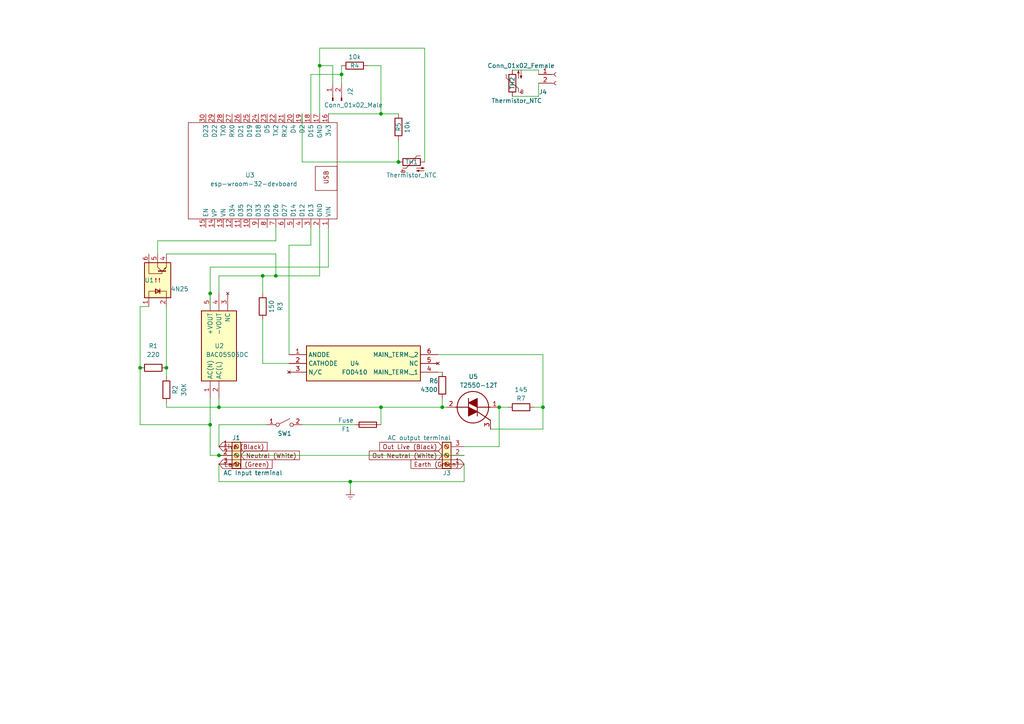
<source format=kicad_sch>
(kicad_sch (version 20211123) (generator eeschema)
  (paper "A4")
  (title_block (rev "V0.1"))
  (lib_symbols
    (symbol "BAC05S05DC:BAC05S05DC"
      (property "Value" "BAC05S05DC" (at 0 0 0))
      (property "Reference_1" "PS" (at 26.67 7.62 0))
      (property "Value_1" "BAC05S05DC" (at 26.67 5.08 0))
      (symbol "BAC05S05DC_1_1"
        (rectangle (start 5.08 2.54) (end 25.4 -7.62) (stroke (width 0.254)) (fill (type background)))
        (pin passive line (at 0 0 0) (length 5.08) (name "AC(N)") (number "1"))
        (pin passive line (at 0 -2.54 0) (length 5.08) (name "AC(L)") (number "2"))
        (pin no_connect line (at 30.48 -5.08 180) (length 5.08) (name "NC") (number "3"))
        (pin passive line (at 30.48 -2.54 180) (length 5.08) (name "-VOUT") (number "4"))
        (pin passive line (at 30.48 0 180) (length 5.08) (name "+VOUT") (number "5"))
      )
    )
    (symbol "Connector:Conn_01x02_Female" (pin_names (offset 1.016) hide)
      (property "Reference" "J" (at 0 2.54 0))
      (property "Value" "Conn_01x02_Female" (at 0 -5.08 0))
      (symbol "Conn_01x02_Female_1_1"
        (arc (start 0 -2.032) (mid -0.508 -2.54) (end 0 -3.048) (stroke (width 0.1524)))
        (polyline (pts (xy -1.27 -2.54) (xy -0.508 -2.54)) (stroke (width 0.1524)))
        (polyline (pts (xy -1.27 0) (xy -0.508 0)) (stroke (width 0.1524)))
        (arc (start 0 0.508) (mid -0.508 0) (end 0 -0.508) (stroke (width 0.1524)))
        (pin passive line (at -5.08 0 0) (length 3.81) (name "Pin_1") (number "1"))
        (pin passive line (at -5.08 -2.54 0) (length 3.81) (name "Pin_2") (number "2"))
      )
    )
    (symbol "Connector:Conn_01x02_Male" (pin_names (offset 1.016) hide)
      (property "Reference" "J" (at 0 2.54 0))
      (property "Value" "Conn_01x02_Male" (at 0 -5.08 0))
      (symbol "Conn_01x02_Male_1_1"
        (polyline (pts (xy 1.27 -2.54) (xy 0.8636 -2.54)) (stroke (width 0.1524)))
        (polyline (pts (xy 1.27 0) (xy 0.8636 0)) (stroke (width 0.1524)))
        (rectangle (start 0.8636 -2.413) (end 0 -2.667) (stroke (width 0.1524)) (fill (type outline)))
        (rectangle (start 0.8636 0.127) (end 0 -0.127) (stroke (width 0.1524)) (fill (type outline)))
        (pin passive line (at 5.08 0 180) (length 3.81) (name "Pin_1") (number "1"))
        (pin passive line (at 5.08 -2.54 180) (length 3.81) (name "Pin_2") (number "2"))
      )
    )
    (symbol "Connector:Screw_Terminal_01x03" (pin_names (offset 1.016) hide)
      (property "Reference" "J" (at 0 5.08 0))
      (property "Value" "Screw_Terminal_01x03" (at 0 -5.08 0))
      (symbol "Screw_Terminal_01x03_1_1"
        (rectangle (start -1.27 3.81) (end 1.27 -3.81) (stroke (width 0.254)) (fill (type background)))
        (circle (center 0 -2.54) (radius 0.635) (stroke (width 0.1524)))
        (polyline (pts (xy -0.5334 -2.2098) (xy 0.3302 -3.048)) (stroke (width 0.1524)))
        (polyline (pts (xy -0.5334 0.3302) (xy 0.3302 -0.508)) (stroke (width 0.1524)))
        (polyline (pts (xy -0.5334 2.8702) (xy 0.3302 2.032)) (stroke (width 0.1524)))
        (polyline (pts (xy -0.3556 -2.032) (xy 0.508 -2.8702)) (stroke (width 0.1524)))
        (polyline (pts (xy -0.3556 0.508) (xy 0.508 -0.3302)) (stroke (width 0.1524)))
        (polyline (pts (xy -0.3556 3.048) (xy 0.508 2.2098)) (stroke (width 0.1524)))
        (circle (center 0 0) (radius 0.635) (stroke (width 0.1524)))
        (circle (center 0 2.54) (radius 0.635) (stroke (width 0.1524)))
        (pin passive line (at -5.08 2.54 0) (length 3.81) (name "Pin_1") (number "1"))
        (pin passive line (at -5.08 0 0) (length 3.81) (name "Pin_2") (number "2"))
        (pin passive line (at -5.08 -2.54 0) (length 3.81) (name "Pin_3") (number "3"))
      )
    )
    (symbol "Device:Fuse" (pin_numbers hide) (pin_names (offset 0))
      (property "Reference" "F" (at 2.032 0 90))
      (property "Value" "Fuse" (at -1.905 0 90))
      (symbol "Fuse_0_1"
        (rectangle (start -0.762 -2.54) (end 0.762 2.54) (stroke (width 0.254)))
        (polyline (pts (xy 0 2.54) (xy 0 -2.54)))
      )
      (symbol "Fuse_1_1"
        (pin passive line (at 0 3.81 270) (length 1.27) (name "~") (number "1"))
        (pin passive line (at 0 -3.81 90) (length 1.27) (name "~") (number "2"))
      )
    )
    (symbol "Device:R" (pin_numbers hide) (pin_names (offset 0))
      (property "Reference" "R" (at 2.032 0 90))
      (property "Value" "R" (at 0 0 90))
      (symbol "R_0_1"
        (rectangle (start -1.016 -2.54) (end 1.016 2.54) (stroke (width 0.254)))
      )
      (symbol "R_1_1"
        (pin passive line (at 0 3.81 270) (length 1.27) (name "~") (number "1"))
        (pin passive line (at 0 -3.81 90) (length 1.27) (name "~") (number "2"))
      )
    )
    (symbol "Device:Thermistor_NTC" (pin_numbers hide) (pin_names (offset 0))
      (property "Reference" "TH" (at -4.445 0 90))
      (property "Value" "Thermistor_NTC" (at 3.175 0 90))
      (symbol "Thermistor_NTC_0_1"
        (arc (start -3.048 2.159) (mid -3.0505 2.3165) (end -3.175 2.413))
        (arc (start -3.048 2.159) (mid -2.9736 1.9794) (end -2.794 1.905))
        (arc (start -3.048 2.794) (mid -2.9736 2.6144) (end -2.794 2.54))
        (arc (start -2.794 1.905) (mid -2.6144 1.9794) (end -2.54 2.159))
        (arc (start -2.794 2.54) (mid -2.434 2.5608) (end -2.159 2.794))
        (arc (start -2.794 3.048) (mid -2.9736 2.9736) (end -3.048 2.794))
        (arc (start -2.54 2.794) (mid -2.6144 2.9736) (end -2.794 3.048))
        (rectangle (start -1.016 2.54) (end 1.016 -2.54) (stroke (width 0.254)))
        (polyline (pts (xy -2.54 2.159) (xy -2.54 2.794)))
        (polyline (pts (xy -1.778 2.54) (xy -1.778 1.524) (xy 1.778 -1.524) (xy 1.778 -2.54)))
        (polyline (pts (xy -2.54 -3.683) (xy -2.54 -1.397) (xy -2.794 -2.159) (xy -2.286 -2.159) (xy -2.54 -1.397) (xy -2.54 -1.651)) (fill (type outline)))
        (polyline (pts (xy -1.778 -1.397) (xy -1.778 -3.683) (xy -2.032 -2.921) (xy -1.524 -2.921) (xy -1.778 -3.683) (xy -1.778 -3.429)) (fill (type outline)))
      )
      (symbol "Thermistor_NTC_1_1"
        (pin passive line (at 0 3.81 270) (length 1.27) (name "~") (number "1"))
        (pin passive line (at 0 -3.81 90) (length 1.27) (name "~") (number "2"))
      )
    )
    (symbol "FOD410:FOD410"
      (property "Value" "FOD410" (at 0 0 0))
      (property "Reference_1" "IC" (at 39.37 7.62 0))
      (property "Value_1" "FOD410" (at 39.37 5.08 0))
      (symbol "FOD410_1_1"
        (rectangle (start 5.08 2.54) (end 38.1 -7.62) (stroke (width 0.254)) (fill (type background)))
        (pin passive line (at 0 0 0) (length 5.08) (name "ANODE") (number "1"))
        (pin passive line (at 0 -2.54 0) (length 5.08) (name "CATHODE") (number "2"))
        (pin no_connect line (at 0 -5.08 0) (length 5.08) (name "N/C") (number "3"))
        (pin passive line (at 43.18 -5.08 180) (length 5.08) (name "MAIN_TERM._1") (number "4"))
        (pin no_connect line (at 43.18 -2.54 180) (length 5.08) (name "NC") (number "5"))
        (pin passive line (at 43.18 0 180) (length 5.08) (name "MAIN_TERM._2") (number "6"))
      )
    )
    (symbol "Isolator:4N25" (pin_names (offset 1.016))
      (property "Reference" "U" (at -5.08 5.08 0))
      (property "Value" "4N25" (at 0 5.08 0))
      (symbol "4N25_0_1"
        (rectangle (start -5.08 3.81) (end 5.08 -3.81) (stroke (width 0.254)) (fill (type background)))
        (polyline (pts (xy -3.81 -0.635) (xy -2.54 -0.635)) (stroke (width 0.254)))
        (polyline (pts (xy 2.667 -1.397) (xy 3.81 -2.54)))
        (polyline (pts (xy 2.667 -1.143) (xy 3.81 0)))
        (polyline (pts (xy 3.81 -2.54) (xy 5.08 -2.54)))
        (polyline (pts (xy 3.81 0) (xy 5.08 0)))
        (polyline (pts (xy 2.667 -0.254) (xy 2.667 -2.286) (xy 2.667 -2.286)) (stroke (width 0.3556)))
        (polyline (pts (xy -5.08 -2.54) (xy -3.175 -2.54) (xy -3.175 2.54) (xy -5.08 2.54)))
        (polyline (pts (xy -3.175 -0.635) (xy -3.81 0.635) (xy -2.54 0.635) (xy -3.175 -0.635)) (stroke (width 0.254)))
        (polyline (pts (xy 3.683 -2.413) (xy 3.429 -1.905) (xy 3.175 -2.159) (xy 3.683 -2.413)))
        (polyline (pts (xy 5.08 2.54) (xy 1.905 2.54) (xy 1.905 -1.27) (xy 2.54 -1.27)))
        (polyline (pts (xy -0.635 -0.508) (xy 0.635 -0.508) (xy 0.254 -0.635) (xy 0.254 -0.381) (xy 0.635 -0.508)))
        (polyline (pts (xy -0.635 0.508) (xy 0.635 0.508) (xy 0.254 0.381) (xy 0.254 0.635) (xy 0.635 0.508)))
      )
      (symbol "4N25_1_1"
        (pin passive line (at -7.62 2.54 0) (length 2.54) (name "~") (number "1"))
        (pin passive line (at -7.62 -2.54 0) (length 2.54) (name "~") (number "2"))
        (pin no_connect line (at -5.08 0 0) (length 2.54) hide (name "NC") (number "3"))
        (pin passive line (at 7.62 -2.54 180) (length 2.54) (name "~") (number "4"))
        (pin passive line (at 7.62 0 180) (length 2.54) (name "~") (number "5"))
        (pin passive line (at 7.62 2.54 180) (length 2.54) (name "~") (number "6"))
      )
    )
    (symbol "Switch:SW_SPST" (pin_names (offset 0) hide)
      (property "Reference" "SW" (at 0 3.175 0))
      (property "Value" "SW_SPST" (at 0 -2.54 0))
      (symbol "SW_SPST_0_0"
        (circle (center -2.032 0) (radius 0.508))
        (polyline (pts (xy -1.524 0.254) (xy 1.524 1.778)))
        (circle (center 2.032 0) (radius 0.508))
      )
      (symbol "SW_SPST_1_1"
        (pin passive line (at -5.08 0 0) (length 2.54) (name "A") (number "1"))
        (pin passive line (at 5.08 0 180) (length 2.54) (name "B") (number "2"))
      )
    )
    (symbol "T2550-12T:T2550-12T" (pin_names hide)
      (property "Value" "T2550-12T" (at 0 0 0))
      (property "Reference_1" "Q" (at 13.97 -2.54 0))
      (property "Value_1" "T2550-12T" (at 13.97 -5.08 0))
      (symbol "T2550-12T_1_1"
        (polyline (pts (xy 6.35 0) (xy 2.54 0)) (stroke (width 0.254)))
        (polyline (pts (xy 6.35 0) (xy 6.35 2.54)) (stroke (width 0.254)))
        (polyline (pts (xy 8.89 -1.27) (xy 12.7 -3.81)) (stroke (width 0.254)))
        (polyline (pts (xy 8.89 0) (xy 8.89 -2.54)) (stroke (width 0.254)))
        (polyline (pts (xy 8.89 0) (xy 12.7 0)) (stroke (width 0.254)))
        (polyline (pts (xy 6.35 -2.54) (xy 6.35 0) (xy 8.89 -1.27) (xy 6.35 -2.54)) (stroke (width 0.254)) (fill (type outline)))
        (polyline (pts (xy 8.89 2.54) (xy 8.89 0) (xy 6.35 1.27) (xy 8.89 2.54)) (stroke (width 0.254)) (fill (type outline)))
        (circle (center 7.62 0) (radius 4.572) (stroke (width 0.254)))
        (pin passive line (at 15.24 0 180) (length 2.54) (name "MT1") (number "1"))
        (pin passive line (at 0 0 0) (length 2.54) (name "MT2") (number "2"))
        (pin passive line (at 12.7 -6.35 90) (length 2.54) (name "G") (number "3"))
      )
    )
    (symbol "esp-wroom-32:esp-wroom-32-devboard"
      (property "Reference" "U" (at -0.635 -2.54 0))
      (property "Value" "esp-wroom-32-devboard" (at 2.54 -3.81 90))
      (symbol "esp-wroom-32-devboard_0_0"
        (text "USB" (at 0.635 22.225 0) (effects (font (size 1.27 1.27))))
      )
      (symbol "esp-wroom-32-devboard_0_1"
        (rectangle (start -15.24 25.4) (end 12.7 -17.78))
        (rectangle (start -2.54 25.4) (end 4.445 19.05))
      )
      (symbol "esp-wroom-32-devboard_1_1"
        (pin power_in line (at 15.24 22.86 180) (length 2.54) (name "VIN") (number "1"))
        (pin bidirectional line (at 15.24 0 180) (length 2.54) (name "D32") (number "10"))
        (pin input line (at 15.24 -2.54 180) (length 2.54) (name "D35") (number "11"))
        (pin input line (at 15.24 -5.08 180) (length 2.54) (name "D34") (number "12"))
        (pin bidirectional line (at 15.24 -7.62 180) (length 2.54) (name "VN") (number "13"))
        (pin bidirectional line (at 15.24 -10.16 180) (length 2.54) (name "VP") (number "14"))
        (pin input line (at 15.24 -12.7 180) (length 2.54) (name "EN") (number "15"))
        (pin power_out line (at -17.78 22.86 0) (length 2.54) (name "3v3") (number "16"))
        (pin power_in line (at -17.78 20.32 0) (length 2.54) (name "GND") (number "17"))
        (pin bidirectional line (at -17.78 17.78 0) (length 2.54) (name "D15") (number "18"))
        (pin bidirectional line (at -17.78 15.24 0) (length 2.54) (name "D2") (number "19"))
        (pin power_in line (at 15.24 20.32 180) (length 2.54) (name "GND") (number "2"))
        (pin bidirectional line (at -17.78 12.7 0) (length 2.54) (name "D4") (number "20"))
        (pin input line (at -17.78 10.16 0) (length 2.54) (name "RX2") (number "21"))
        (pin output line (at -17.78 7.62 0) (length 2.54) (name "TX2") (number "22"))
        (pin bidirectional line (at -17.78 5.08 0) (length 2.54) (name "D5") (number "23"))
        (pin bidirectional line (at -17.78 2.54 0) (length 2.54) (name "D18") (number "24"))
        (pin bidirectional line (at -17.78 0 0) (length 2.54) (name "D19") (number "25"))
        (pin bidirectional line (at -17.78 -2.54 0) (length 2.54) (name "D21") (number "26"))
        (pin input line (at -17.78 -5.08 0) (length 2.54) (name "RX0") (number "27"))
        (pin output line (at -17.78 -7.62 0) (length 2.54) (name "TX0") (number "28"))
        (pin bidirectional line (at -17.78 -10.16 0) (length 2.54) (name "D22") (number "29"))
        (pin bidirectional line (at 15.24 17.78 180) (length 2.54) (name "D13") (number "3"))
        (pin bidirectional line (at -17.78 -12.7 0) (length 2.54) (name "D23") (number "30"))
        (pin bidirectional line (at 15.24 15.24 180) (length 2.54) (name "D12") (number "4"))
        (pin bidirectional line (at 15.24 12.7 180) (length 2.54) (name "D14") (number "5"))
        (pin bidirectional line (at 15.24 10.16 180) (length 2.54) (name "D27") (number "6"))
        (pin bidirectional line (at 15.24 7.62 180) (length 2.54) (name "D26") (number "7"))
        (pin bidirectional line (at 15.24 5.08 180) (length 2.54) (name "D25") (number "8"))
        (pin bidirectional line (at 15.24 2.54 180) (length 2.54) (name "D33") (number "9"))
      )
    )
    (symbol "power:Earth" (power) (pin_names (offset 0))
      (symbol "Earth_0_1"
        (polyline (pts (xy -0.635 -1.905) (xy 0.635 -1.905)))
        (polyline (pts (xy -0.127 -2.54) (xy 0.127 -2.54)))
        (polyline (pts (xy 0 -1.27) (xy 0 0)))
        (polyline (pts (xy 1.27 -1.27) (xy -1.27 -1.27)))
      )
      (symbol "Earth_1_1"
        (pin power_in line (at 0 0 270) (length 0) hide (name "Earth") (number "1"))
      )
    )
  )
  (junction (at 80.01 80.01))
  (junction (at 92.71 19.05))
  (junction (at 63.5 132.08))
  (junction (at 63.5 118.11))
  (junction (at 99.06 21.59))
  (junction (at 115.57 46.99))
  (junction (at 60.96 123.19))
  (junction (at 144.78 118.11))
  (junction (at 157.48 118.11))
  (junction (at 128.27 118.11))
  (junction (at 40.64 106.68))
  (junction (at 48.26 106.68))
  (junction (at 110.49 118.11))
  (junction (at 101.6 139.7))
  (junction (at 60.96 85.09))
  (junction (at 76.2 80.01))
  (junction (at 110.49 33.02))
  (wire (pts (xy 110.49 118.11) (xy 128.27 118.11)))
  (wire (pts (xy 87.63 123.19) (xy 102.87 123.19)))
  (wire (pts (xy 83.82 102.87) (xy 83.82 71.12)))
  (wire (pts (xy 144.78 118.11) (xy 144.78 129.54)))
  (wire (pts (xy 115.57 46.99) (xy 115.57 40.64)))
  (wire (pts (xy 157.48 124.46) (xy 157.48 118.11)))
  (wire (pts (xy 40.64 88.9) (xy 40.64 106.68)))
  (wire (pts (xy 110.49 33.02) (xy 115.57 33.02)))
  (wire (pts (xy 60.96 123.19) (xy 60.96 132.08)))
  (wire (pts (xy 99.06 19.05) (xy 99.06 21.59)))
  (wire (pts (xy 127 102.87) (xy 157.48 102.87)))
  (wire (pts (xy 128.27 118.11) (xy 129.54 118.11)))
  (wire (pts (xy 156.21 27.94) (xy 148.59 27.94)))
  (wire (pts (xy 76.2 92.71) (xy 76.2 105.41)))
  (wire (pts (xy 144.78 118.11) (xy 147.32 118.11)))
  (wire (pts (xy 76.2 80.01) (xy 76.2 85.09)))
  (wire (pts (xy 63.5 118.11) (xy 110.49 118.11)))
  (wire (pts (xy 156.21 20.32) (xy 156.21 21.59)))
  (wire (pts (xy 60.96 115.57) (xy 60.96 123.19)))
  (wire (pts (xy 87.63 33.02) (xy 87.63 46.99)))
  (wire (pts (xy 48.26 118.11) (xy 48.26 116.84)))
  (wire (pts (xy 83.82 71.12) (xy 90.17 71.12)))
  (wire (pts (xy 110.49 19.05) (xy 110.49 33.02)))
  (wire (pts (xy 63.5 80.01) (xy 63.5 85.09)))
  (wire (pts (xy 43.18 88.9) (xy 40.64 88.9)))
  (wire (pts (xy 90.17 66.04) (xy 90.17 71.12)))
  (wire (pts (xy 148.59 20.32) (xy 156.21 20.32)))
  (wire (pts (xy 92.71 13.97) (xy 123.19 13.97)))
  (wire (pts (xy 142.24 124.46) (xy 157.48 124.46)))
  (wire (pts (xy 48.26 73.66) (xy 80.01 73.66)))
  (wire (pts (xy 96.52 19.05) (xy 92.71 19.05)))
  (wire (pts (xy 45.72 69.85) (xy 45.72 73.66)))
  (wire (pts (xy 106.68 19.05) (xy 110.49 19.05)))
  (wire (pts (xy 101.6 139.7) (xy 134.62 139.7)))
  (wire (pts (xy 99.06 21.59) (xy 99.06 24.13)))
  (wire (pts (xy 63.5 132.08) (xy 60.96 132.08)))
  (wire (pts (xy 60.96 77.47) (xy 95.25 77.47)))
  (wire (pts (xy 87.63 46.99) (xy 115.57 46.99)))
  (wire (pts (xy 60.96 77.47) (xy 60.96 85.09)))
  (wire (pts (xy 80.01 73.66) (xy 80.01 80.01)))
  (wire (pts (xy 127 107.95) (xy 128.27 107.95)))
  (wire (pts (xy 63.5 139.7) (xy 101.6 139.7)))
  (wire (pts (xy 123.19 13.97) (xy 123.19 46.99)))
  (wire (pts (xy 60.96 88.9) (xy 60.96 85.09)))
  (wire (pts (xy 76.2 80.01) (xy 80.01 80.01)))
  (wire (pts (xy 90.17 33.02) (xy 90.17 21.59)))
  (wire (pts (xy 83.82 105.41) (xy 76.2 105.41)))
  (wire (pts (xy 134.62 134.62) (xy 134.62 139.7)))
  (wire (pts (xy 48.26 88.9) (xy 48.26 106.68)))
  (wire (pts (xy 128.27 115.57) (xy 128.27 118.11)))
  (wire (pts (xy 92.71 19.05) (xy 92.71 33.02)))
  (wire (pts (xy 63.5 80.01) (xy 76.2 80.01)))
  (wire (pts (xy 92.71 80.01) (xy 80.01 80.01)))
  (wire (pts (xy 92.71 66.04) (xy 92.71 80.01)))
  (wire (pts (xy 90.17 21.59) (xy 99.06 21.59)))
  (wire (pts (xy 63.5 123.19) (xy 63.5 129.54)))
  (wire (pts (xy 110.49 123.19) (xy 110.49 118.11)))
  (wire (pts (xy 77.47 123.19) (xy 63.5 123.19)))
  (wire (pts (xy 40.64 123.19) (xy 40.64 106.68)))
  (wire (pts (xy 154.94 118.11) (xy 157.48 118.11)))
  (wire (pts (xy 80.01 66.04) (xy 80.01 69.85)))
  (wire (pts (xy 96.52 24.13) (xy 96.52 19.05)))
  (wire (pts (xy 95.25 33.02) (xy 110.49 33.02)))
  (wire (pts (xy 60.96 123.19) (xy 40.64 123.19)))
  (wire (pts (xy 95.25 66.04) (xy 95.25 77.47)))
  (wire (pts (xy 101.6 139.7) (xy 101.6 142.24)))
  (wire (pts (xy 48.26 106.68) (xy 48.26 109.22)))
  (wire (pts (xy 134.62 129.54) (xy 144.78 129.54)))
  (wire (pts (xy 63.5 132.08) (xy 134.62 132.08)))
  (wire (pts (xy 157.48 118.11) (xy 157.48 102.87)))
  (wire (pts (xy 156.21 24.13) (xy 156.21 27.94)))
  (wire (pts (xy 63.5 134.62) (xy 63.5 139.7)))
  (wire (pts (xy 45.72 69.85) (xy 80.01 69.85)))
  (wire (pts (xy 92.71 13.97) (xy 92.71 19.05)))
  (wire (pts (xy 63.5 118.11) (xy 63.5 115.57)))
  (wire (pts (xy 63.5 118.11) (xy 48.26 118.11)))
  (global_label "Earth (Green)" (shape input) (at 63.5 134.62 0) (property "Intersheet References" "${INTERSHEET_REFS}" (effects hide)))
  (global_label "Out Live (Black)" (shape input) (at 128.27 129.54 180) (property "Intersheet References" "${INTERSHEET_REFS}" (effects hide)))
  (global_label "Live (Black)" (shape input) (at 63.5 129.54 0) (property "Intersheet References" "${INTERSHEET_REFS}" (effects hide)))
  (global_label "Earth (Green)" (shape input) (at 134.62 134.62 180) (property "Intersheet References" "${INTERSHEET_REFS}" (effects hide)))
  (global_label "Out Neutral (White)" (shape input) (at 128.27 132.08 180) (property "Intersheet References" "${INTERSHEET_REFS}" (effects hide)))
  (global_label "Neutral (White)" (shape input) (at 69.85 132.08 0) (property "Intersheet References" "${INTERSHEET_REFS}" (effects hide)))
  (symbol (lib_id "Connector:Screw_Terminal_01x03") (at 68.58 132.08 0) (unit 1)
    (property "Reference" "J1" (at 67.31 127 0) (effects (justify left)))
    (property "Value" "AC Input terminal" (at 64.77 137.16 0) (effects (justify left)))
    (property "Footprint" "TerminalBlock:TerminalBlock_Altech_AK300-3_P5.00mm" (effects hide))
  )
  (symbol (lib_id "Device:R") (at 76.2 88.9 180) (unit 1)
    (property "Reference" "R3" (at 81.28 88.9 90))
    (property "Value" "150" (at 78.74 88.9 90))
    (property "Footprint" "Resistor_THT:R_Axial_DIN0411_L9.9mm_D3.6mm_P12.70mm_Horizontal" (effects hide))
  )
  (symbol (lib_id "FOD410:FOD410") (at 83.82 102.87 0) (unit 1)
    (property "Reference" "U4" (at 102.87 105.41 0))
    (property "Value" "FOD410" (at 102.87 107.95 0))
    (property "Footprint" "Library:DIP762W60P254L730H450Q6N" (effects hide))
    (property "Reference_1" "IC" (effects hide))
    (property "Value_1" "FOD410" (effects hide))
    (property "Footprint_1" "DIP762W60P254L730H450Q6N" (effects hide))
    (property "Datasheet_1" "https://www.arrow.com/en/products/fod410/on-semiconductor?region=nac" (effects hide))
    (property "Height" "4.5" (effects hide))
    (property "Mouser Part Number" "512-FOD410" (effects hide))
    (property "Mouser Price/Stock" "https://www.mouser.co.uk/ProductDetail/ON-Semiconductor-Fairchild/FOD410?qs=K8BHR703ZXgeALs%2FRQb5sA%3D%3D" (effects hide))
    (property "Manufacturer_Name" "onsemi" (effects hide))
    (property "Manufacturer_Part_Number" "FOD410" (effects hide))
  )
  (symbol (lib_id "Device:Thermistor_NTC") (at 119.38 46.99 90) (unit 1)
    (property "Reference" "TH1" (at 119.38 46.99 90))
    (property "Value" "Thermistor_NTC" (at 119.38 50.8 90))
    (property "Footprint" "TestPoint:TestPoint_2Pads_Pitch2.54mm_Drill0.8mm" (effects hide))
  )
  (symbol (lib_id "Isolator:4N25") (at 45.72 81.28 90) (unit 1)
    (property "Reference" "U1" (at 41.91 81.28 90) (effects (justify right)))
    (property "Value" "4N25" (at 49.53 83.8199 90) (effects (justify right)))
    (property "Footprint" "Package_DIP:DIP-6_W7.62mm" (effects hide))
    (property "Datasheet" "https://www.vishay.com/docs/83725/4n25.pdf" (effects hide))
  )
  (symbol (lib_id "Connector:Conn_01x02_Male") (at 96.52 29.21 90) (unit 1)
    (property "Reference" "J2" (at 101.6 25.4 0) (effects (justify right)))
    (property "Value" "Conn_01x02_Male" (at 93.98 30.48 90) (effects (justify right)))
    (property "Footprint" "Connector_JST:JST_JWPF_B02B-JWPF-SK-R_1x02_P2.00mm_Vertical" (effects hide))
  )
  (symbol (lib_id "T2550-12T:T2550-12T") (at 129.54 118.11 0) (unit 1)
    (property "Reference" "U5" (at 135.89 109.22 0) (effects (justify left)))
    (property "Value" "T2550-12T" (at 133.35 111.76 0) (effects (justify left)))
    (property "Footprint" "Library:TO255P460X1020X2005-3P" (effects hide))
    (property "Reference_1" "Q" (effects hide))
    (property "Value_1" "T2550-12T" (effects hide))
    (property "Footprint_1" "TO255P460X1020X2005-3P" (effects hide))
    (property "Datasheet_1" "https://datasheet.datasheetarchive.com/originals/distributors/Datasheets-DGA18/347412.pdf" (effects hide))
    (property "Height" "4.6" (effects hide))
    (property "Mouser Part Number" "511-T2550-12T" (effects hide))
    (property "Mouser Price/Stock" "https://www.mouser.co.uk/ProductDetail/STMicroelectronics/T2550-12T?qs=%252Bfs1VP4DyWmzyz%2F%2FcBkgEw%3D%3D" (effects hide))
    (property "Manufacturer_Name" "STMicroelectronics" (effects hide))
    (property "Manufacturer_Part_Number" "T2550-12T" (effects hide))
  )
  (symbol (lib_id "Device:R") (at 102.87 19.05 270) (unit 1)
    (property "Reference" "R4" (at 102.87 19.05 90))
    (property "Value" "10k" (at 102.87 16.51 90))
    (property "Footprint" "Resistor_THT:R_Axial_DIN0411_L9.9mm_D3.6mm_P12.70mm_Horizontal" (effects hide))
  )
  (symbol (lib_id "Switch:SW_SPST") (at 82.55 123.19 0) (unit 1)
    (property "Reference" "SW1" (at 82.55 125.73 0))
    (property "Value" "SW_SPST" (effects hide))
    (property "Footprint" "Connector_PinHeader_2.54mm:PinHeader_1x02_P2.54mm_Vertical" (effects hide))
  )
  (symbol (lib_id "Device:Fuse") (at 106.68 123.19 270) (unit 1)
    (property "Reference" "F1" (at 100.33 124.46 90))
    (property "Value" "Fuse" (at 100.33 121.92 90))
    (property "Footprint" "Fuse:Fuseholder_Blade_Mini_Keystone_3568" (effects hide))
  )
  (symbol (lib_id "esp-wroom-32:esp-wroom-32-devboard") (at 72.39 50.8 270) (unit 1)
    (property "Reference" "U3" (at 71.12 50.8 90) (effects (justify left)))
    (property "Value" "esp-wroom-32-devboard" (at 60.96 53.34 90) (effects (justify left)))
    (property "Footprint" "esp-wroom-32:esp-wroom-32-devboard" (effects hide))
  )
  (symbol (lib_id "Device:R") (at 151.13 118.11 90) (unit 1)
    (property "Reference" "R7" (at 151.13 115.57 90))
    (property "Value" "145" (at 151.13 113.03 90))
    (property "Footprint" "Resistor_THT:R_Axial_DIN0411_L9.9mm_D3.6mm_P12.70mm_Horizontal" (effects hide))
  )
  (symbol (lib_id "Device:R") (at 48.26 113.03 0) (unit 1)
    (property "Reference" "R2" (at 50.8 113.03 90))
    (property "Value" "30K" (at 53.34 113.03 90))
    (property "Footprint" "Resistor_THT:R_Axial_DIN0411_L9.9mm_D3.6mm_P12.70mm_Horizontal" (effects hide))
  )
  (symbol (lib_id "BAC05S05DC:BAC05S05DC") (at 60.96 115.57 90) (unit 1)
    (property "Reference" "U2" (at 62.23 100.33 90) (effects (justify right)))
    (property "Value" "BAC05S05DC" (at 59.69 102.87 90) (effects (justify right)))
    (property "Footprint" "Library:BAC05S05DC" (effects hide))
    (property "Reference_1" "PS" (effects hide))
    (property "Value_1" "BAC05S05DC" (effects hide))
    (property "Footprint_1" "BAC05S05DC" (effects hide))
    (property "Datasheet_1" "https://www.murata.com/products/productdata/8809982558238/KAC-BAC05.pdf?1612841424000" (effects hide))
    (property "Height" "16.8" (effects hide))
    (property "Mouser Part Number" "580-BAC05S05DC" (effects hide))
    (property "Mouser Price/Stock" "https://www.mouser.co.uk/ProductDetail/Murata-Power-Solutions/BAC05S05DC?qs=hd1VzrDQEGhKzT%2FTUpovfg%3D%3D" (effects hide))
    (property "Manufacturer_Name" "Murata Electronics" (effects hide))
    (property "Manufacturer_Part_Number" "BAC05S05DC" (effects hide))
  )
  (symbol (lib_id "Device:R") (at 44.45 106.68 90) (unit 1)
    (property "Reference" "R1" (at 44.45 100.33 90))
    (property "Value" "220" (at 44.45 102.87 90))
    (property "Footprint" "Resistor_THT:R_Axial_DIN0411_L9.9mm_D3.6mm_P12.70mm_Horizontal" (effects hide))
  )
  (symbol (lib_id "Device:R") (at 115.57 36.83 180) (unit 1)
    (property "Reference" "R5" (at 115.57 36.83 90))
    (property "Value" "10k" (at 118.11 36.83 90))
    (property "Footprint" "Resistor_THT:R_Axial_DIN0411_L9.9mm_D3.6mm_P12.70mm_Horizontal" (effects hide))
  )
  (symbol (lib_id "power:Earth") (at 101.6 142.24 0) (unit 1)
    (property "Reference" "#PWR01" (effects hide))
    (property "Value" "Earth" (effects hide))
  )
  (symbol (lib_id "Device:R") (at 128.27 111.76 0) (unit 1)
    (property "Reference" "R6" (at 124.46 110.49 0) (effects (justify left)))
    (property "Value" "4300" (at 121.92 113.03 0) (effects (justify left)))
    (property "Footprint" "Resistor_THT:R_Axial_DIN0411_L9.9mm_D3.6mm_P12.70mm_Horizontal" (effects hide))
  )
  (symbol (lib_id "Connector:Screw_Terminal_01x03") (at 129.54 132.08 180) (unit 1)
    (property "Reference" "J3" (at 130.81 137.16 0) (effects (justify left)))
    (property "Value" "AC output terminal" (at 130.81 127 0) (effects (justify left)))
    (property "Footprint" "TerminalBlock:TerminalBlock_Altech_AK300-3_P5.00mm" (effects hide))
  )
  (symbol (lib_id "Device:Thermistor_NTC") (at 148.59 24.13 180) (unit 1) (on_board no)
    (property "Reference" "TH2" (at 148.59 24.13 90))
    (property "Value" "Thermistor_NTC" (at 149.86 29.21 0))
    (property "Footprint" "TestPoint:TestPoint_2Pads_Pitch2.54mm_Drill0.8mm" (effects hide))
  )
  (symbol (lib_id "Connector:Conn_01x02_Female") (at 161.29 21.59 0) (unit 1) (on_board no)
    (property "Reference" "J4" (at 157.48 26.67 0))
    (property "Value" "Conn_01x02_Female" (at 151.13 19.05 0))
  )
)
</source>
